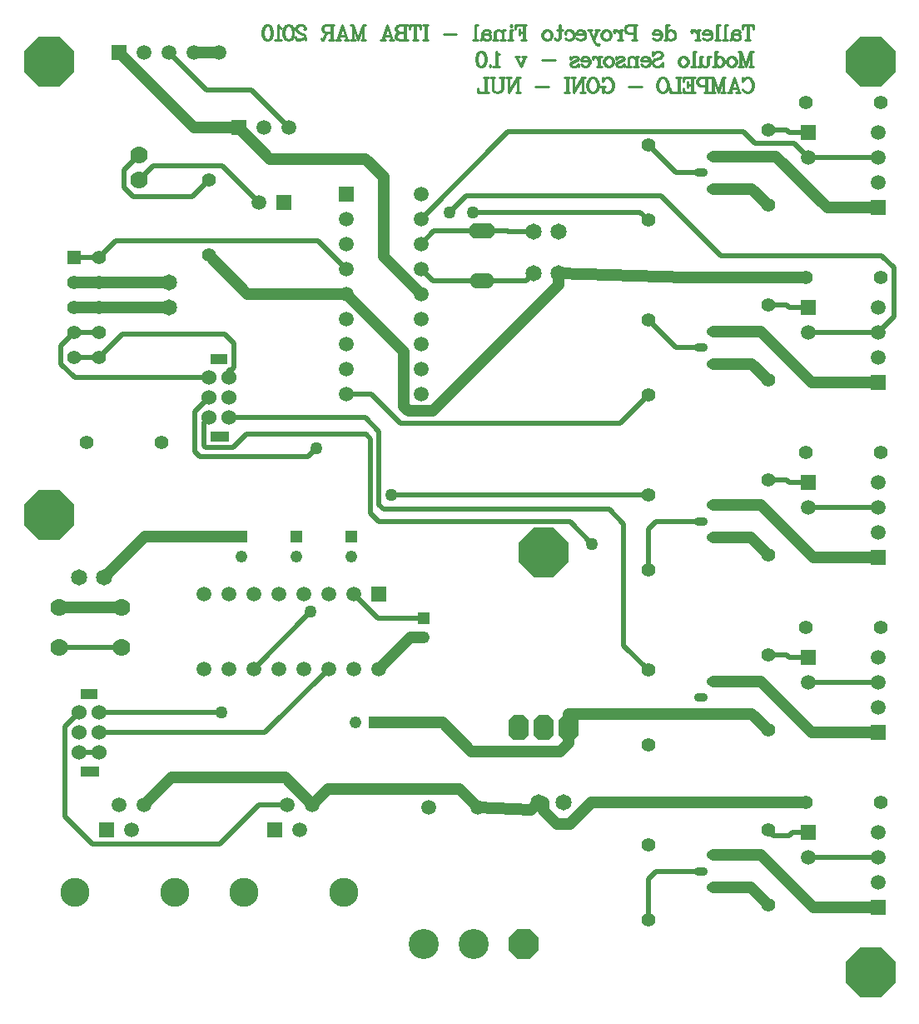
<source format=gbl>
%FSLAX23Y23*%
%MOIN*%
G70*
G01*
G75*
G04 Layer_Physical_Order=2*
G04 Layer_Color=16711680*
%ADD10C,0.047*%
%ADD11C,0.020*%
%ADD12C,0.010*%
%ADD13C,0.055*%
%ADD14R,0.059X0.059*%
%ADD15C,0.059*%
%ADD16C,0.070*%
%ADD17R,0.059X0.059*%
%ADD18C,0.065*%
%ADD19C,0.120*%
%ADD20P,0.130X8X202.5*%
%ADD21C,0.060*%
G04:AMPARAMS|DCode=22|XSize=80mil|YSize=100mil|CornerRadius=0mil|HoleSize=0mil|Usage=FLASHONLY|Rotation=0.000|XOffset=0mil|YOffset=0mil|HoleType=Round|Shape=Octagon|*
%AMOCTAGOND22*
4,1,8,-0.020,0.050,0.020,0.050,0.040,0.030,0.040,-0.030,0.020,-0.050,-0.020,-0.050,-0.040,-0.030,-0.040,0.030,-0.020,0.050,0.0*
%
%ADD22OCTAGOND22*%

%ADD23P,0.213X8X22.5*%
%ADD24C,0.059*%
%ADD25C,0.116*%
%ADD26R,0.059X0.059*%
%ADD27C,0.049*%
%ADD28R,0.049X0.049*%
%ADD29R,0.049X0.049*%
%ADD30O,0.100X0.060*%
G04:AMPARAMS|DCode=31|XSize=100mil|YSize=60mil|CornerRadius=0mil|HoleSize=0mil|Usage=FLASHONLY|Rotation=0.000|XOffset=0mil|YOffset=0mil|HoleType=Round|Shape=Octagon|*
%AMOCTAGOND31*
4,1,8,0.050,-0.015,0.050,0.015,0.035,0.030,-0.035,0.030,-0.050,0.015,-0.050,-0.015,-0.035,-0.030,0.035,-0.030,0.050,-0.015,0.0*
%
%ADD31OCTAGOND31*%

%ADD32R,0.055X0.055*%
%ADD33C,0.055*%
%ADD34O,0.055X0.035*%
%ADD35P,0.216X8X22.5*%
%ADD36C,0.050*%
%ADD37R,0.070X0.040*%
%ADD38R,0.075X0.040*%
D10*
X3102Y1828D02*
Y1860D01*
X3200Y2215D02*
X3780D01*
Y1650D02*
X3970D01*
X4180Y1440D01*
X4440D01*
X3780Y3050D02*
X3970D01*
X4180Y2840D01*
X4440D01*
X2764Y1913D02*
X2837Y1840D01*
X2236Y1913D02*
X2764D01*
X2175Y1852D02*
X2236Y1913D01*
X3050Y1830D02*
X3080Y1860D01*
X2837Y1840D02*
X3050Y1830D01*
X2310Y3895D02*
X2542Y3663D01*
Y3445D02*
Y3663D01*
Y3445D02*
X2560Y3427D01*
X2656D01*
X3160Y3931D01*
Y3977D01*
X3672Y3960D02*
X4150D01*
X3160Y3977D02*
X3672Y3960D01*
X3780Y4315D02*
X3935D01*
X4000Y4250D01*
X3200Y2160D02*
Y2215D01*
X4237Y4240D02*
X4440D01*
X4032Y4445D02*
X4237Y4240D01*
X3780Y4445D02*
X4032D01*
X2460Y4045D02*
X2610Y3895D01*
X2460Y4045D02*
Y4364D01*
X2388Y4436D02*
X2460Y4364D01*
X2004Y4436D02*
X2388D01*
X1880Y4560D02*
X2004Y4436D01*
X1700Y4560D02*
X1880D01*
X1400Y4860D02*
X1700Y4560D01*
X1504Y2924D02*
X1890D01*
X1340Y2760D02*
X1504Y2924D01*
X2440Y2395D02*
X2566Y2521D01*
X2620D01*
X3780Y1520D02*
X3930D01*
X4000Y1450D01*
X3780Y2920D02*
X3930D01*
X4000Y2850D01*
X3780Y2215D02*
X3935D01*
X4000Y2150D01*
X3780Y2345D02*
X3970D01*
X4175Y2140D01*
X4440D01*
X3780Y3615D02*
X3935D01*
X4000Y3550D01*
X3780Y3745D02*
X3970D01*
X4175Y3540D01*
X4440D01*
X1915Y3895D02*
X2310D01*
X1760Y4050D02*
X1915Y3895D01*
X2424Y2180D02*
X2697D01*
X2812Y2065D01*
X3168D01*
X3200Y2097D01*
Y2160D01*
X1500Y1850D02*
X1610Y1960D01*
X2067D01*
X2175Y1852D01*
X3080Y1860D02*
X3102D01*
Y1828D02*
X3154Y1776D01*
X3206D01*
X3290Y1860D01*
X4150D01*
X1160Y2640D02*
X1410D01*
X1320Y3840D02*
X1600D01*
X1220D02*
X1320D01*
X1700Y4860D02*
X1800D01*
X1320Y3940D02*
X1600D01*
X1220D02*
X1320D01*
D11*
X1840Y3590D02*
X1850D01*
X3206Y2984D02*
X3295Y2895D01*
X2442Y2984D02*
X3206D01*
X2407Y3019D02*
X2442Y2984D01*
X2407Y3019D02*
Y3316D01*
X2390Y3333D02*
X2407Y3316D01*
X1910Y3333D02*
X2390D01*
X1857Y3280D02*
X1910Y3333D01*
X1748Y3280D02*
X1857D01*
X1740Y3288D02*
X1748Y3280D01*
X1740Y3288D02*
Y3380D01*
X1760Y3400D01*
X3421Y2489D02*
X3520Y2390D01*
X3421Y2489D02*
Y2976D01*
X3364Y3033D02*
X3421Y2976D01*
X2461Y3033D02*
X3364D01*
X2442Y3052D02*
X2461Y3033D01*
X2442Y3052D02*
Y3345D01*
X2387Y3400D02*
X2442Y3345D01*
X1840Y3400D02*
X2387D01*
X2492Y3090D02*
X3520D01*
X2310Y3495D02*
X2411D01*
X2528Y3378D01*
X3408D01*
X3520Y3490D01*
X3489Y4221D02*
X3520Y4190D01*
X2817Y4221D02*
X3489D01*
X2610Y4195D02*
X2958Y4543D01*
X3901D01*
X3947Y4497D01*
X4103D01*
X4160Y4440D01*
X3630Y3680D02*
X3730D01*
X3520Y3790D02*
X3630Y3680D01*
Y4380D02*
X3730D01*
X3520Y4490D02*
X3630Y4380D01*
X1320Y2220D02*
X1811D01*
X1940Y2395D02*
X2169Y2624D01*
X1420Y4390D02*
X1480Y4450D01*
X1420Y4320D02*
Y4390D01*
Y4320D02*
X1456Y4284D01*
X1694D01*
X1760Y4350D01*
X2658Y3947D02*
X2855D01*
X2610Y3995D02*
X2658Y3947D01*
X2855D02*
X3030D01*
X3060Y3977D01*
X2662Y4147D02*
X2855D01*
X2610Y4095D02*
X2662Y4147D01*
X1320Y4040D02*
X1387Y4107D01*
X2198D01*
X2310Y3995D01*
X1480Y4350D02*
X1537Y4407D01*
X1813D01*
X1960Y4260D01*
X1223Y3560D02*
X1760D01*
X1167Y3616D02*
X1223Y3560D01*
X1167Y3616D02*
Y3687D01*
X1220Y3740D01*
X1705Y3425D02*
X1760Y3480D01*
X1705Y3264D02*
Y3425D01*
Y3264D02*
X1724Y3245D01*
X2158D01*
X2192Y3279D01*
X1185Y2165D02*
X1240Y2220D01*
X1185Y1805D02*
Y2165D01*
Y1805D02*
X1295Y1695D01*
X1803D01*
X1960Y1852D01*
X2075D01*
X2723Y4221D02*
X2791Y4289D01*
X3570D01*
X3811Y4048D01*
X4455D01*
X4503Y4000D01*
Y3803D02*
Y4000D01*
X4440Y3740D02*
X4503Y3803D01*
X3552Y1585D02*
X3730D01*
X3520Y1553D02*
X3552Y1585D01*
X3520Y1390D02*
Y1553D01*
X3552Y2985D02*
X3730D01*
X3520Y2953D02*
X3552Y2985D01*
X3520Y2790D02*
Y2953D01*
X1930Y4710D02*
X2080Y4560D01*
X1750Y4710D02*
X1930D01*
X1600Y4860D02*
X1750Y4710D01*
X2340Y2695D02*
X2436Y2599D01*
X2620D01*
X1320Y2140D02*
X1985D01*
X2240Y2395D01*
X1840Y3560D02*
Y3590D01*
X1850D02*
X1860Y3600D01*
Y3697D01*
X1824Y3733D02*
X1860Y3697D01*
X1413Y3733D02*
X1824D01*
X1320Y3640D02*
X1413Y3733D01*
X4097Y1740D02*
X4160D01*
X4085Y1728D02*
X4097Y1740D01*
X4022Y1728D02*
X4085D01*
X4000Y1750D02*
X4022Y1728D01*
X4160Y1640D02*
X4440D01*
X4160Y2340D02*
X4440D01*
X4160Y3040D02*
X4440D01*
X4160Y3740D02*
X4440D01*
X4160Y4440D02*
X4440D01*
X1240Y2060D02*
X1320D01*
X2958Y4145D02*
X3060D01*
X2956Y4147D02*
X2958Y4145D01*
X2855Y4147D02*
X2956D01*
X1220Y4040D02*
X1320D01*
X1160Y2480D02*
X1410D01*
X1220Y3740D02*
X1320D01*
X1220Y3640D02*
X1320D01*
X4085Y4540D02*
X4160D01*
X4075Y4550D02*
X4085Y4540D01*
X4000Y4550D02*
X4075D01*
X4085Y3840D02*
X4160D01*
X4075Y3850D02*
X4085Y3840D01*
X4000Y3850D02*
X4075D01*
X4085Y3140D02*
X4160D01*
X4075Y3150D02*
X4085Y3140D01*
X4000Y3150D02*
X4075D01*
X4085Y2440D02*
X4160D01*
X4075Y2450D02*
X4085Y2440D01*
X4000Y2450D02*
X4075D01*
D12*
X3920Y4970D02*
Y4910D01*
X3917Y4970D02*
Y4910D01*
X3937Y4970D02*
X3940Y4953D01*
Y4970D01*
X3897D01*
Y4953D01*
X3900Y4970D01*
X3929Y4910D02*
X3909D01*
X3883Y4944D02*
Y4941D01*
X3886D01*
Y4944D01*
X3883Y4947D01*
X3877Y4950D01*
X3866D01*
X3860Y4947D01*
X3857Y4944D01*
X3854Y4939D01*
Y4919D01*
X3851Y4913D01*
X3849Y4910D01*
X3857Y4944D02*
Y4919D01*
X3854Y4913D01*
X3849Y4910D01*
X3846D01*
X3857Y4939D02*
X3860Y4936D01*
X3877Y4933D01*
X3886Y4930D01*
X3889Y4924D01*
Y4919D01*
X3886Y4913D01*
X3877Y4910D01*
X3869D01*
X3863Y4913D01*
X3857Y4919D01*
X3877Y4933D02*
X3883Y4930D01*
X3886Y4924D01*
Y4919D01*
X3883Y4913D01*
X3877Y4910D01*
X3829Y4970D02*
Y4910D01*
X3826Y4970D02*
Y4910D01*
X3837Y4970D02*
X3826D01*
X3837Y4910D02*
X3817D01*
X3798Y4970D02*
Y4910D01*
X3795Y4970D02*
Y4910D01*
X3806Y4970D02*
X3795D01*
X3806Y4910D02*
X3786D01*
X3773Y4933D02*
X3738D01*
Y4939D01*
X3741Y4944D01*
X3744Y4947D01*
X3750Y4950D01*
X3758D01*
X3767Y4947D01*
X3773Y4941D01*
X3775Y4933D01*
Y4927D01*
X3773Y4919D01*
X3767Y4913D01*
X3758Y4910D01*
X3753D01*
X3744Y4913D01*
X3738Y4919D01*
X3741Y4933D02*
Y4941D01*
X3744Y4947D01*
X3758Y4950D02*
X3764Y4947D01*
X3770Y4941D01*
X3773Y4933D01*
Y4927D01*
X3770Y4919D01*
X3764Y4913D01*
X3758Y4910D01*
X3721Y4950D02*
Y4910D01*
X3718Y4950D02*
Y4910D01*
Y4933D02*
X3715Y4941D01*
X3709Y4947D01*
X3703Y4950D01*
X3695D01*
X3692Y4947D01*
Y4944D01*
X3695Y4941D01*
X3698Y4944D01*
X3695Y4947D01*
X3729Y4950D02*
X3718D01*
X3729Y4910D02*
X3709D01*
X3595Y4970D02*
Y4910D01*
X3592Y4970D02*
Y4910D01*
X3595Y4941D02*
X3600Y4947D01*
X3606Y4950D01*
X3612D01*
X3620Y4947D01*
X3626Y4941D01*
X3629Y4933D01*
Y4927D01*
X3626Y4919D01*
X3620Y4913D01*
X3612Y4910D01*
X3606D01*
X3600Y4913D01*
X3595Y4919D01*
X3612Y4950D02*
X3617Y4947D01*
X3623Y4941D01*
X3626Y4933D01*
Y4927D01*
X3623Y4919D01*
X3617Y4913D01*
X3612Y4910D01*
X3603Y4970D02*
X3592D01*
X3595Y4910D02*
X3583D01*
X3572Y4933D02*
X3538D01*
Y4939D01*
X3541Y4944D01*
X3544Y4947D01*
X3549Y4950D01*
X3558D01*
X3566Y4947D01*
X3572Y4941D01*
X3575Y4933D01*
Y4927D01*
X3572Y4919D01*
X3566Y4913D01*
X3558Y4910D01*
X3552D01*
X3544Y4913D01*
X3538Y4919D01*
X3541Y4933D02*
Y4941D01*
X3544Y4947D01*
X3558Y4950D02*
X3564Y4947D01*
X3569Y4941D01*
X3572Y4933D01*
Y4927D01*
X3569Y4919D01*
X3564Y4913D01*
X3558Y4910D01*
X3466Y4970D02*
Y4910D01*
X3463Y4970D02*
Y4910D01*
X3475Y4970D02*
X3440D01*
X3432Y4967D01*
X3429Y4964D01*
X3426Y4959D01*
Y4950D01*
X3429Y4944D01*
X3432Y4941D01*
X3440Y4939D01*
X3463D01*
X3440Y4970D02*
X3435Y4967D01*
X3432Y4964D01*
X3429Y4959D01*
Y4950D01*
X3432Y4944D01*
X3435Y4941D01*
X3440Y4939D01*
X3475Y4910D02*
X3455D01*
X3410Y4950D02*
Y4910D01*
X3407Y4950D02*
Y4910D01*
Y4933D02*
X3404Y4941D01*
X3398Y4947D01*
X3392Y4950D01*
X3384D01*
X3381Y4947D01*
Y4944D01*
X3384Y4941D01*
X3387Y4944D01*
X3384Y4947D01*
X3418Y4950D02*
X3407D01*
X3418Y4910D02*
X3398D01*
X3355Y4950D02*
X3363Y4947D01*
X3369Y4941D01*
X3372Y4933D01*
Y4927D01*
X3369Y4919D01*
X3363Y4913D01*
X3355Y4910D01*
X3349D01*
X3340Y4913D01*
X3335Y4919D01*
X3332Y4927D01*
Y4933D01*
X3335Y4941D01*
X3340Y4947D01*
X3349Y4950D01*
X3355D01*
X3360Y4947D01*
X3366Y4941D01*
X3369Y4933D01*
Y4927D01*
X3366Y4919D01*
X3360Y4913D01*
X3355Y4910D01*
X3349D02*
X3343Y4913D01*
X3338Y4919D01*
X3335Y4927D01*
Y4933D01*
X3338Y4941D01*
X3343Y4947D01*
X3349Y4950D01*
X3317D02*
X3300Y4910D01*
X3314Y4950D02*
X3300Y4916D01*
X3283Y4950D02*
X3300Y4910D01*
X3306Y4899D01*
X3312Y4893D01*
X3317Y4890D01*
X3320D01*
X3323Y4893D01*
X3320Y4896D01*
X3317Y4893D01*
X3323Y4950D02*
X3306D01*
X3294D02*
X3277D01*
X3266Y4933D02*
X3232D01*
Y4939D01*
X3235Y4944D01*
X3238Y4947D01*
X3243Y4950D01*
X3252D01*
X3260Y4947D01*
X3266Y4941D01*
X3269Y4933D01*
Y4927D01*
X3266Y4919D01*
X3260Y4913D01*
X3252Y4910D01*
X3246D01*
X3238Y4913D01*
X3232Y4919D01*
X3235Y4933D02*
Y4941D01*
X3238Y4947D01*
X3252Y4950D02*
X3258Y4947D01*
X3263Y4941D01*
X3266Y4933D01*
Y4927D01*
X3263Y4919D01*
X3258Y4913D01*
X3252Y4910D01*
X3188Y4941D02*
X3191Y4939D01*
X3188Y4936D01*
X3186Y4939D01*
Y4941D01*
X3191Y4947D01*
X3197Y4950D01*
X3206D01*
X3214Y4947D01*
X3220Y4941D01*
X3223Y4933D01*
Y4927D01*
X3220Y4919D01*
X3214Y4913D01*
X3206Y4910D01*
X3200D01*
X3191Y4913D01*
X3186Y4919D01*
X3206Y4950D02*
X3211Y4947D01*
X3217Y4941D01*
X3220Y4933D01*
Y4927D01*
X3217Y4919D01*
X3211Y4913D01*
X3206Y4910D01*
X3159D02*
X3162Y4913D01*
X3165Y4921D01*
Y4970D01*
X3168D01*
Y4921D01*
X3165Y4913D01*
X3159Y4910D01*
X3154D01*
X3148Y4913D01*
X3145Y4919D01*
X3176Y4950D02*
X3154D01*
X3118D02*
X3127Y4947D01*
X3132Y4941D01*
X3135Y4933D01*
Y4927D01*
X3132Y4919D01*
X3127Y4913D01*
X3118Y4910D01*
X3112D01*
X3104Y4913D01*
X3098Y4919D01*
X3095Y4927D01*
Y4933D01*
X3098Y4941D01*
X3104Y4947D01*
X3112Y4950D01*
X3118D01*
X3124Y4947D01*
X3130Y4941D01*
X3132Y4933D01*
Y4927D01*
X3130Y4919D01*
X3124Y4913D01*
X3118Y4910D01*
X3112D02*
X3107Y4913D01*
X3101Y4919D01*
X3098Y4927D01*
Y4933D01*
X3101Y4941D01*
X3107Y4947D01*
X3112Y4950D01*
X3024Y4970D02*
Y4910D01*
X3021Y4970D02*
Y4910D01*
X3004Y4953D02*
Y4930D01*
X3032Y4970D02*
X2987D01*
Y4953D01*
X2990Y4970D01*
X3021Y4941D02*
X3004D01*
X3032Y4910D02*
X3012D01*
X2970Y4970D02*
X2973Y4967D01*
X2970Y4964D01*
X2967Y4967D01*
X2970Y4970D01*
Y4950D02*
Y4910D01*
X2967Y4950D02*
Y4910D01*
X2978Y4950D02*
X2967D01*
X2978Y4910D02*
X2958D01*
X2939Y4950D02*
Y4910D01*
X2936Y4950D02*
Y4910D01*
Y4941D02*
X2931Y4947D01*
X2922Y4950D01*
X2916D01*
X2908Y4947D01*
X2905Y4941D01*
Y4910D01*
X2916Y4950D02*
X2911Y4947D01*
X2908Y4941D01*
Y4910D01*
X2948Y4950D02*
X2936D01*
X2948Y4910D02*
X2928D01*
X2916D02*
X2896D01*
X2883Y4944D02*
Y4941D01*
X2886D01*
Y4944D01*
X2883Y4947D01*
X2877Y4950D01*
X2866D01*
X2860Y4947D01*
X2857Y4944D01*
X2854Y4939D01*
Y4919D01*
X2851Y4913D01*
X2849Y4910D01*
X2857Y4944D02*
Y4919D01*
X2854Y4913D01*
X2849Y4910D01*
X2846D01*
X2857Y4939D02*
X2860Y4936D01*
X2877Y4933D01*
X2886Y4930D01*
X2889Y4924D01*
Y4919D01*
X2886Y4913D01*
X2877Y4910D01*
X2869D01*
X2863Y4913D01*
X2857Y4919D01*
X2877Y4933D02*
X2883Y4930D01*
X2886Y4924D01*
Y4919D01*
X2883Y4913D01*
X2877Y4910D01*
X2829Y4970D02*
Y4910D01*
X2826Y4970D02*
Y4910D01*
X2837Y4970D02*
X2826D01*
X2837Y4910D02*
X2817D01*
X2752Y4936D02*
X2701D01*
X2631Y4970D02*
Y4910D01*
X2628Y4970D02*
Y4910D01*
X2639Y4970D02*
X2619D01*
X2639Y4910D02*
X2619D01*
X2588Y4970D02*
Y4910D01*
X2585Y4970D02*
Y4910D01*
X2605Y4970D02*
X2608Y4953D01*
Y4970D01*
X2565D01*
Y4953D01*
X2568Y4970D01*
X2597Y4910D02*
X2577D01*
X2548Y4970D02*
Y4910D01*
X2545Y4970D02*
Y4910D01*
X2557Y4970D02*
X2523D01*
X2514Y4967D01*
X2511Y4964D01*
X2508Y4959D01*
Y4953D01*
X2511Y4947D01*
X2514Y4944D01*
X2523Y4941D01*
Y4970D02*
X2517Y4967D01*
X2514Y4964D01*
X2511Y4959D01*
Y4953D01*
X2514Y4947D01*
X2517Y4944D01*
X2523Y4941D01*
X2545D02*
X2523D01*
X2514Y4939D01*
X2511Y4936D01*
X2508Y4930D01*
Y4921D01*
X2511Y4916D01*
X2514Y4913D01*
X2523Y4910D01*
X2557D01*
X2523Y4941D02*
X2517Y4939D01*
X2514Y4936D01*
X2511Y4930D01*
Y4921D01*
X2514Y4916D01*
X2517Y4913D01*
X2523Y4910D01*
X2475Y4970D02*
X2495Y4910D01*
X2475Y4970D02*
X2455Y4910D01*
X2475Y4961D02*
X2457Y4910D01*
X2489Y4927D02*
X2463D01*
X2500Y4910D02*
X2483D01*
X2466D02*
X2449D01*
X2379Y4970D02*
Y4910D01*
X2376Y4970D02*
X2359Y4919D01*
X2379Y4970D02*
X2359Y4910D01*
X2339Y4970D02*
X2359Y4910D01*
X2339Y4970D02*
Y4910D01*
X2336Y4970D02*
Y4910D01*
X2387Y4970D02*
X2376D01*
X2339D02*
X2327D01*
X2387Y4910D02*
X2370D01*
X2347D02*
X2327D01*
X2295Y4970D02*
X2315Y4910D01*
X2295Y4970D02*
X2275Y4910D01*
X2295Y4961D02*
X2277Y4910D01*
X2309Y4927D02*
X2283D01*
X2320Y4910D02*
X2303D01*
X2286D02*
X2269D01*
X2253Y4970D02*
Y4910D01*
X2250Y4970D02*
Y4910D01*
X2261Y4970D02*
X2227D01*
X2218Y4967D01*
X2216Y4964D01*
X2213Y4959D01*
Y4953D01*
X2216Y4947D01*
X2218Y4944D01*
X2227Y4941D01*
X2250D01*
X2227Y4970D02*
X2221Y4967D01*
X2218Y4964D01*
X2216Y4959D01*
Y4953D01*
X2218Y4947D01*
X2221Y4944D01*
X2227Y4941D01*
X2261Y4910D02*
X2241D01*
X2236Y4941D02*
X2230Y4939D01*
X2227Y4936D01*
X2218Y4916D01*
X2216Y4913D01*
X2213D01*
X2210Y4916D01*
X2230Y4939D02*
X2227Y4933D01*
X2221Y4913D01*
X2218Y4910D01*
X2213D01*
X2210Y4916D01*
Y4919D01*
X2145Y4959D02*
X2142Y4956D01*
X2145Y4953D01*
X2148Y4956D01*
Y4959D01*
X2145Y4964D01*
X2142Y4967D01*
X2134Y4970D01*
X2122D01*
X2114Y4967D01*
X2111Y4964D01*
X2108Y4959D01*
Y4953D01*
X2111Y4947D01*
X2120Y4941D01*
X2134Y4936D01*
X2140Y4933D01*
X2145Y4927D01*
X2148Y4919D01*
Y4910D01*
X2122Y4970D02*
X2117Y4967D01*
X2114Y4964D01*
X2111Y4959D01*
Y4953D01*
X2114Y4947D01*
X2122Y4941D01*
X2134Y4936D01*
X2148Y4916D02*
X2145Y4919D01*
X2140D01*
X2125Y4913D01*
X2117D01*
X2111Y4916D01*
X2108Y4919D01*
Y4924D01*
X2140Y4919D02*
X2125Y4910D01*
X2114D01*
X2111Y4913D01*
X2108Y4919D01*
X2082Y4970D02*
X2091Y4967D01*
X2096Y4959D01*
X2099Y4944D01*
Y4936D01*
X2096Y4921D01*
X2091Y4913D01*
X2082Y4910D01*
X2076D01*
X2068Y4913D01*
X2062Y4921D01*
X2059Y4936D01*
Y4944D01*
X2062Y4959D01*
X2068Y4967D01*
X2076Y4970D01*
X2082D01*
X2088Y4967D01*
X2091Y4964D01*
X2094Y4959D01*
X2096Y4944D01*
Y4936D01*
X2094Y4921D01*
X2091Y4916D01*
X2088Y4913D01*
X2082Y4910D01*
X2076D02*
X2071Y4913D01*
X2068Y4916D01*
X2065Y4921D01*
X2062Y4936D01*
Y4944D01*
X2065Y4959D01*
X2068Y4964D01*
X2071Y4967D01*
X2076Y4970D01*
X2050Y4959D02*
X2045Y4961D01*
X2036Y4970D01*
Y4910D01*
X2039Y4967D02*
Y4910D01*
X2050D02*
X2025D01*
X1997Y4970D02*
X2006Y4967D01*
X2012Y4959D01*
X2014Y4944D01*
Y4936D01*
X2012Y4921D01*
X2006Y4913D01*
X1997Y4910D01*
X1992D01*
X1983Y4913D01*
X1977Y4921D01*
X1974Y4936D01*
Y4944D01*
X1977Y4959D01*
X1983Y4967D01*
X1992Y4970D01*
X1997D01*
X2003Y4967D01*
X2006Y4964D01*
X2009Y4959D01*
X2012Y4944D01*
Y4936D01*
X2009Y4921D01*
X2006Y4916D01*
X2003Y4913D01*
X1997Y4910D01*
X1992D02*
X1986Y4913D01*
X1983Y4916D01*
X1980Y4921D01*
X1977Y4936D01*
Y4944D01*
X1980Y4959D01*
X1983Y4964D01*
X1986Y4967D01*
X1992Y4970D01*
X3931Y4865D02*
Y4805D01*
X3929Y4865D02*
X3911Y4814D01*
X3931Y4865D02*
X3911Y4805D01*
X3891Y4865D02*
X3911Y4805D01*
X3891Y4865D02*
Y4805D01*
X3889Y4865D02*
Y4805D01*
X3940Y4865D02*
X3929D01*
X3891D02*
X3880D01*
X3940Y4805D02*
X3923D01*
X3900D02*
X3880D01*
X3856Y4845D02*
X3865Y4842D01*
X3870Y4836D01*
X3873Y4828D01*
Y4822D01*
X3870Y4814D01*
X3865Y4808D01*
X3856Y4805D01*
X3850D01*
X3842Y4808D01*
X3836Y4814D01*
X3833Y4822D01*
Y4828D01*
X3836Y4836D01*
X3842Y4842D01*
X3850Y4845D01*
X3856D01*
X3862Y4842D01*
X3867Y4836D01*
X3870Y4828D01*
Y4822D01*
X3867Y4814D01*
X3862Y4808D01*
X3856Y4805D01*
X3850D02*
X3845Y4808D01*
X3839Y4814D01*
X3836Y4822D01*
Y4828D01*
X3839Y4836D01*
X3845Y4842D01*
X3850Y4845D01*
X3790Y4865D02*
Y4805D01*
X3787Y4865D02*
Y4805D01*
X3790Y4836D02*
X3796Y4842D01*
X3801Y4845D01*
X3807D01*
X3816Y4842D01*
X3821Y4836D01*
X3824Y4828D01*
Y4822D01*
X3821Y4814D01*
X3816Y4808D01*
X3807Y4805D01*
X3801D01*
X3796Y4808D01*
X3790Y4814D01*
X3807Y4845D02*
X3813Y4842D01*
X3819Y4836D01*
X3821Y4828D01*
Y4822D01*
X3819Y4814D01*
X3813Y4808D01*
X3807Y4805D01*
X3799Y4865D02*
X3787D01*
X3790Y4805D02*
X3779D01*
X3762Y4845D02*
Y4814D01*
X3759Y4808D01*
X3750Y4805D01*
X3745D01*
X3736Y4808D01*
X3730Y4814D01*
X3759Y4845D02*
Y4814D01*
X3756Y4808D01*
X3750Y4805D01*
X3730Y4845D02*
Y4805D01*
X3727Y4845D02*
Y4805D01*
X3770Y4845D02*
X3759D01*
X3739D02*
X3727D01*
X3730Y4805D02*
X3719D01*
X3703Y4865D02*
Y4805D01*
X3700Y4865D02*
Y4805D01*
X3711Y4865D02*
X3700D01*
X3711Y4805D02*
X3691D01*
X3663Y4845D02*
X3672Y4842D01*
X3677Y4836D01*
X3680Y4828D01*
Y4822D01*
X3677Y4814D01*
X3672Y4808D01*
X3663Y4805D01*
X3657D01*
X3649Y4808D01*
X3643Y4814D01*
X3640Y4822D01*
Y4828D01*
X3643Y4836D01*
X3649Y4842D01*
X3657Y4845D01*
X3663D01*
X3669Y4842D01*
X3675Y4836D01*
X3677Y4828D01*
Y4822D01*
X3675Y4814D01*
X3669Y4808D01*
X3663Y4805D01*
X3657D02*
X3652Y4808D01*
X3646Y4814D01*
X3643Y4822D01*
Y4828D01*
X3646Y4836D01*
X3652Y4842D01*
X3657Y4845D01*
X3540Y4856D02*
X3538Y4865D01*
Y4848D01*
X3540Y4856D01*
X3546Y4862D01*
X3555Y4865D01*
X3563D01*
X3572Y4862D01*
X3578Y4856D01*
Y4851D01*
X3575Y4845D01*
X3572Y4842D01*
X3566Y4839D01*
X3549Y4834D01*
X3543Y4831D01*
X3538Y4825D01*
X3578Y4851D02*
X3572Y4845D01*
X3566Y4842D01*
X3549Y4836D01*
X3543Y4834D01*
X3540Y4831D01*
X3538Y4825D01*
Y4814D01*
X3543Y4808D01*
X3552Y4805D01*
X3560D01*
X3569Y4808D01*
X3575Y4814D01*
X3578Y4822D01*
Y4805D01*
X3575Y4814D01*
X3526Y4828D02*
X3492D01*
Y4834D01*
X3494Y4839D01*
X3497Y4842D01*
X3503Y4845D01*
X3512D01*
X3520Y4842D01*
X3526Y4836D01*
X3529Y4828D01*
Y4822D01*
X3526Y4814D01*
X3520Y4808D01*
X3512Y4805D01*
X3506D01*
X3497Y4808D01*
X3492Y4814D01*
X3494Y4828D02*
Y4836D01*
X3497Y4842D01*
X3512Y4845D02*
X3517Y4842D01*
X3523Y4836D01*
X3526Y4828D01*
Y4822D01*
X3523Y4814D01*
X3517Y4808D01*
X3512Y4805D01*
X3474Y4845D02*
Y4805D01*
X3471Y4845D02*
Y4805D01*
Y4836D02*
X3465Y4842D01*
X3457Y4845D01*
X3451D01*
X3442Y4842D01*
X3440Y4836D01*
Y4805D01*
X3451Y4845D02*
X3445Y4842D01*
X3442Y4836D01*
Y4805D01*
X3482Y4845D02*
X3471D01*
X3482Y4805D02*
X3462D01*
X3451D02*
X3431D01*
X3395Y4839D02*
X3392Y4845D01*
Y4834D01*
X3395Y4839D01*
X3398Y4842D01*
X3403Y4845D01*
X3415D01*
X3420Y4842D01*
X3423Y4839D01*
Y4834D01*
X3420Y4831D01*
X3415Y4828D01*
X3400Y4822D01*
X3395Y4819D01*
X3392Y4816D01*
X3423Y4836D02*
X3420Y4834D01*
X3415Y4831D01*
X3400Y4825D01*
X3395Y4822D01*
X3392Y4819D01*
Y4811D01*
X3395Y4808D01*
X3400Y4805D01*
X3412D01*
X3418Y4808D01*
X3420Y4811D01*
X3423Y4816D01*
Y4805D01*
X3420Y4811D01*
X3365Y4845D02*
X3374Y4842D01*
X3379Y4836D01*
X3382Y4828D01*
Y4822D01*
X3379Y4814D01*
X3374Y4808D01*
X3365Y4805D01*
X3359D01*
X3351Y4808D01*
X3345Y4814D01*
X3342Y4822D01*
Y4828D01*
X3345Y4836D01*
X3351Y4842D01*
X3359Y4845D01*
X3365D01*
X3371Y4842D01*
X3376Y4836D01*
X3379Y4828D01*
Y4822D01*
X3376Y4814D01*
X3371Y4808D01*
X3365Y4805D01*
X3359D02*
X3354Y4808D01*
X3348Y4814D01*
X3345Y4822D01*
Y4828D01*
X3348Y4836D01*
X3354Y4842D01*
X3359Y4845D01*
X3325D02*
Y4805D01*
X3322Y4845D02*
Y4805D01*
Y4828D02*
X3319Y4836D01*
X3313Y4842D01*
X3308Y4845D01*
X3299D01*
X3296Y4842D01*
Y4839D01*
X3299Y4836D01*
X3302Y4839D01*
X3299Y4842D01*
X3333Y4845D02*
X3322D01*
X3333Y4805D02*
X3313D01*
X3284Y4828D02*
X3250D01*
Y4834D01*
X3253Y4839D01*
X3256Y4842D01*
X3261Y4845D01*
X3270D01*
X3278Y4842D01*
X3284Y4836D01*
X3287Y4828D01*
Y4822D01*
X3284Y4814D01*
X3278Y4808D01*
X3270Y4805D01*
X3264D01*
X3256Y4808D01*
X3250Y4814D01*
X3253Y4828D02*
Y4836D01*
X3256Y4842D01*
X3270Y4845D02*
X3276Y4842D01*
X3281Y4836D01*
X3284Y4828D01*
Y4822D01*
X3281Y4814D01*
X3276Y4808D01*
X3270Y4805D01*
X3212Y4839D02*
X3209Y4845D01*
Y4834D01*
X3212Y4839D01*
X3215Y4842D01*
X3221Y4845D01*
X3232D01*
X3238Y4842D01*
X3241Y4839D01*
Y4834D01*
X3238Y4831D01*
X3232Y4828D01*
X3218Y4822D01*
X3212Y4819D01*
X3209Y4816D01*
X3241Y4836D02*
X3238Y4834D01*
X3232Y4831D01*
X3218Y4825D01*
X3212Y4822D01*
X3209Y4819D01*
Y4811D01*
X3212Y4808D01*
X3218Y4805D01*
X3229D01*
X3235Y4808D01*
X3238Y4811D01*
X3241Y4816D01*
Y4805D01*
X3238Y4811D01*
X3146Y4831D02*
X3094D01*
X3027Y4845D02*
X3010Y4805D01*
X3024Y4845D02*
X3010Y4811D01*
X2992Y4845D02*
X3010Y4805D01*
X3032Y4845D02*
X3015D01*
X3004D02*
X2987D01*
X2925Y4854D02*
X2919Y4856D01*
X2910Y4865D01*
Y4805D01*
X2913Y4862D02*
Y4805D01*
X2925D02*
X2899D01*
X2886Y4811D02*
X2889Y4808D01*
X2886Y4805D01*
X2883Y4808D01*
X2886Y4811D01*
X2853Y4865D02*
X2862Y4862D01*
X2868Y4854D01*
X2871Y4839D01*
Y4831D01*
X2868Y4816D01*
X2862Y4808D01*
X2853Y4805D01*
X2848D01*
X2839Y4808D01*
X2833Y4816D01*
X2831Y4831D01*
Y4839D01*
X2833Y4854D01*
X2839Y4862D01*
X2848Y4865D01*
X2853D01*
X2859Y4862D01*
X2862Y4859D01*
X2865Y4854D01*
X2868Y4839D01*
Y4831D01*
X2865Y4816D01*
X2862Y4811D01*
X2859Y4808D01*
X2853Y4805D01*
X2848D02*
X2842Y4808D01*
X2839Y4811D01*
X2836Y4816D01*
X2833Y4831D01*
Y4839D01*
X2836Y4854D01*
X2839Y4859D01*
X2842Y4862D01*
X2848Y4865D01*
X3900Y4751D02*
X3897Y4743D01*
Y4760D01*
X3900Y4751D01*
X3906Y4757D01*
X3914Y4760D01*
X3920D01*
X3929Y4757D01*
X3934Y4751D01*
X3937Y4746D01*
X3940Y4737D01*
Y4723D01*
X3937Y4714D01*
X3934Y4709D01*
X3929Y4703D01*
X3920Y4700D01*
X3914D01*
X3906Y4703D01*
X3900Y4709D01*
X3897Y4714D01*
X3920Y4760D02*
X3926Y4757D01*
X3931Y4751D01*
X3934Y4746D01*
X3937Y4737D01*
Y4723D01*
X3934Y4714D01*
X3931Y4709D01*
X3926Y4703D01*
X3920Y4700D01*
X3863Y4760D02*
X3883Y4700D01*
X3863Y4760D02*
X3843Y4700D01*
X3863Y4751D02*
X3846Y4700D01*
X3877Y4717D02*
X3851D01*
X3889Y4700D02*
X3871D01*
X3854D02*
X3837D01*
X3821Y4760D02*
Y4700D01*
X3818Y4760D02*
X3801Y4709D01*
X3821Y4760D02*
X3801Y4700D01*
X3781Y4760D02*
X3801Y4700D01*
X3781Y4760D02*
Y4700D01*
X3778Y4760D02*
Y4700D01*
X3829Y4760D02*
X3818D01*
X3781D02*
X3769D01*
X3829Y4700D02*
X3812D01*
X3789D02*
X3769D01*
X3754Y4760D02*
Y4700D01*
X3751Y4760D02*
Y4700D01*
X3763Y4760D02*
X3728D01*
X3720Y4757D01*
X3717Y4754D01*
X3714Y4749D01*
Y4740D01*
X3717Y4734D01*
X3720Y4731D01*
X3728Y4729D01*
X3751D01*
X3728Y4760D02*
X3723Y4757D01*
X3720Y4754D01*
X3717Y4749D01*
Y4740D01*
X3720Y4734D01*
X3723Y4731D01*
X3728Y4729D01*
X3763Y4700D02*
X3743D01*
X3697Y4760D02*
Y4700D01*
X3695Y4760D02*
Y4700D01*
X3677Y4743D02*
Y4720D01*
X3706Y4760D02*
X3660D01*
Y4743D01*
X3663Y4760D01*
X3695Y4731D02*
X3677D01*
X3706Y4700D02*
X3660D01*
Y4717D01*
X3663Y4700D01*
X3643Y4760D02*
Y4700D01*
X3641Y4760D02*
Y4700D01*
X3652Y4760D02*
X3632D01*
X3652Y4700D02*
X3609D01*
Y4717D01*
X3612Y4700D01*
X3581Y4760D02*
X3589Y4757D01*
X3595Y4751D01*
X3598Y4746D01*
X3601Y4734D01*
Y4726D01*
X3598Y4714D01*
X3595Y4709D01*
X3589Y4703D01*
X3581Y4700D01*
X3575D01*
X3566Y4703D01*
X3561Y4709D01*
X3558Y4714D01*
X3555Y4726D01*
Y4734D01*
X3558Y4746D01*
X3561Y4751D01*
X3566Y4757D01*
X3575Y4760D01*
X3581D01*
X3586Y4757D01*
X3592Y4751D01*
X3595Y4746D01*
X3598Y4734D01*
Y4726D01*
X3595Y4714D01*
X3592Y4709D01*
X3586Y4703D01*
X3581Y4700D01*
X3575D02*
X3569Y4703D01*
X3564Y4709D01*
X3561Y4714D01*
X3558Y4726D01*
Y4734D01*
X3561Y4746D01*
X3564Y4751D01*
X3569Y4757D01*
X3575Y4760D01*
X3493Y4726D02*
X3441D01*
X3340Y4751D02*
X3337Y4743D01*
Y4760D01*
X3340Y4751D01*
X3345Y4757D01*
X3354Y4760D01*
X3360D01*
X3368Y4757D01*
X3374Y4751D01*
X3377Y4746D01*
X3380Y4737D01*
Y4723D01*
X3377Y4714D01*
X3374Y4709D01*
X3368Y4703D01*
X3360Y4700D01*
X3354D01*
X3345Y4703D01*
X3340Y4709D01*
X3360Y4760D02*
X3365Y4757D01*
X3371Y4751D01*
X3374Y4746D01*
X3377Y4737D01*
Y4723D01*
X3374Y4714D01*
X3371Y4709D01*
X3365Y4703D01*
X3360Y4700D01*
X3340Y4723D02*
Y4700D01*
X3337Y4723D02*
Y4700D01*
X3348Y4723D02*
X3328D01*
X3300Y4760D02*
X3309Y4757D01*
X3315Y4751D01*
X3318Y4746D01*
X3320Y4734D01*
Y4726D01*
X3318Y4714D01*
X3315Y4709D01*
X3309Y4703D01*
X3300Y4700D01*
X3295D01*
X3286Y4703D01*
X3280Y4709D01*
X3278Y4714D01*
X3275Y4726D01*
Y4734D01*
X3278Y4746D01*
X3280Y4751D01*
X3286Y4757D01*
X3295Y4760D01*
X3300D01*
X3306Y4757D01*
X3312Y4751D01*
X3315Y4746D01*
X3318Y4734D01*
Y4726D01*
X3315Y4714D01*
X3312Y4709D01*
X3306Y4703D01*
X3300Y4700D01*
X3295D02*
X3289Y4703D01*
X3283Y4709D01*
X3280Y4714D01*
X3278Y4726D01*
Y4734D01*
X3280Y4746D01*
X3283Y4751D01*
X3289Y4757D01*
X3295Y4760D01*
X3258D02*
Y4700D01*
X3255Y4760D02*
X3221Y4706D01*
X3255Y4754D02*
X3221Y4700D01*
Y4760D02*
Y4700D01*
X3266Y4760D02*
X3255D01*
X3229D02*
X3212D01*
X3266Y4700D02*
X3249D01*
X3196Y4760D02*
Y4700D01*
X3193Y4760D02*
Y4700D01*
X3205Y4760D02*
X3185D01*
X3205Y4700D02*
X3185D01*
X3120Y4726D02*
X3068D01*
X2998Y4760D02*
Y4700D01*
X2995Y4760D02*
X2961Y4706D01*
X2995Y4754D02*
X2961Y4700D01*
Y4760D02*
Y4700D01*
X3007Y4760D02*
X2995D01*
X2970D02*
X2952D01*
X3007Y4700D02*
X2990D01*
X2937Y4760D02*
Y4717D01*
X2934Y4709D01*
X2928Y4703D01*
X2919Y4700D01*
X2914D01*
X2905Y4703D01*
X2899Y4709D01*
X2897Y4717D01*
Y4760D01*
X2934D02*
Y4717D01*
X2931Y4709D01*
X2925Y4703D01*
X2919Y4700D01*
X2945Y4760D02*
X2925D01*
X2905D02*
X2888D01*
X2872D02*
Y4700D01*
X2869Y4760D02*
Y4700D01*
X2881Y4760D02*
X2861D01*
X2881Y4700D02*
X2838D01*
Y4717D01*
X2841Y4700D01*
D13*
X4450Y4660D02*
D03*
X4150D02*
D03*
X4450Y3960D02*
D03*
X4150D02*
D03*
X4450Y3260D02*
D03*
X4150D02*
D03*
X4450Y1860D02*
D03*
X4150D02*
D03*
X4450Y2560D02*
D03*
X4150D02*
D03*
X4000Y1450D02*
D03*
Y1750D02*
D03*
Y2850D02*
D03*
Y3150D02*
D03*
Y3550D02*
D03*
Y3850D02*
D03*
Y4250D02*
D03*
Y4550D02*
D03*
Y2150D02*
D03*
Y2450D02*
D03*
X1270Y3300D02*
D03*
X1570D02*
D03*
X1760Y4350D02*
D03*
Y4050D02*
D03*
X3520Y4190D02*
D03*
Y4490D02*
D03*
Y1690D02*
D03*
Y1390D02*
D03*
Y2390D02*
D03*
Y2090D02*
D03*
Y3090D02*
D03*
Y2790D02*
D03*
Y3490D02*
D03*
Y3790D02*
D03*
D14*
X4440Y4240D02*
D03*
X4160Y4540D02*
D03*
X4440Y3540D02*
D03*
X4160Y3840D02*
D03*
X4440Y2840D02*
D03*
X4160Y3140D02*
D03*
X4440Y1440D02*
D03*
X4160Y1740D02*
D03*
X4440Y2140D02*
D03*
X4160Y2440D02*
D03*
X2440Y2695D02*
D03*
D15*
X4440Y4340D02*
D03*
Y4440D02*
D03*
Y4540D02*
D03*
X4160Y4440D02*
D03*
X4440Y3640D02*
D03*
Y3740D02*
D03*
Y3840D02*
D03*
X4160Y3740D02*
D03*
X4440Y2940D02*
D03*
Y3040D02*
D03*
Y3140D02*
D03*
X4160Y3040D02*
D03*
X4440Y1540D02*
D03*
Y1640D02*
D03*
Y1740D02*
D03*
X4160Y1640D02*
D03*
X4440Y2240D02*
D03*
Y2340D02*
D03*
Y2440D02*
D03*
X4160Y2340D02*
D03*
X2080Y4560D02*
D03*
X1980D02*
D03*
X1800Y4860D02*
D03*
X1700D02*
D03*
X1600D02*
D03*
X1500D02*
D03*
X2340Y2695D02*
D03*
X2240D02*
D03*
X2140D02*
D03*
X2040D02*
D03*
X1940D02*
D03*
X1840D02*
D03*
X1740D02*
D03*
X2440Y2395D02*
D03*
X2340D02*
D03*
X2240D02*
D03*
X2140D02*
D03*
X2040D02*
D03*
X1940D02*
D03*
X1840D02*
D03*
X1740D02*
D03*
X2310Y4195D02*
D03*
Y4095D02*
D03*
Y3995D02*
D03*
Y3895D02*
D03*
Y3795D02*
D03*
Y3695D02*
D03*
Y3595D02*
D03*
Y3495D02*
D03*
X2610Y4295D02*
D03*
Y4195D02*
D03*
Y4095D02*
D03*
Y3995D02*
D03*
Y3895D02*
D03*
Y3795D02*
D03*
Y3695D02*
D03*
Y3595D02*
D03*
Y3495D02*
D03*
X2837Y1840D02*
D03*
X2640D02*
D03*
X1960Y4260D02*
D03*
D16*
X1480Y4350D02*
D03*
Y4450D02*
D03*
X1410Y2480D02*
D03*
X1160D02*
D03*
X1410Y2640D02*
D03*
X1160D02*
D03*
D17*
X1880Y4560D02*
D03*
X1400Y4860D02*
D03*
X2310Y4295D02*
D03*
X2060Y4260D02*
D03*
D18*
X1340Y2760D02*
D03*
X1240D02*
D03*
X3080Y1860D02*
D03*
X3180D02*
D03*
X3160Y3977D02*
D03*
X3060D02*
D03*
X3160Y4145D02*
D03*
X3060D02*
D03*
X1600Y3840D02*
D03*
Y3940D02*
D03*
D19*
X2621Y1296D02*
D03*
X2820D02*
D03*
D20*
X3020D02*
D03*
D21*
X1760Y3480D02*
D03*
X1840D02*
D03*
Y3400D02*
D03*
X1760D02*
D03*
X1840Y3560D02*
D03*
X1760D02*
D03*
X1240Y2140D02*
D03*
X1320D02*
D03*
Y2060D02*
D03*
X1240D02*
D03*
X1320Y2220D02*
D03*
X1240D02*
D03*
D22*
X3000Y2160D02*
D03*
X3100D02*
D03*
X3200D02*
D03*
D23*
X3100Y2860D02*
D03*
D24*
X2175Y1852D02*
D03*
X2075D02*
D03*
X2125Y1752D02*
D03*
X1500Y1850D02*
D03*
X1400D02*
D03*
X1450Y1750D02*
D03*
D25*
X1900Y1502D02*
D03*
X2300D02*
D03*
X1225Y1500D02*
D03*
X1625D02*
D03*
D26*
X2025Y1752D02*
D03*
X1350Y1750D02*
D03*
D27*
X1890Y2846D02*
D03*
X2346Y2180D02*
D03*
X2110Y2846D02*
D03*
X2620Y2521D02*
D03*
X2330Y2846D02*
D03*
D28*
X1890Y2924D02*
D03*
X2110D02*
D03*
X2620Y2599D02*
D03*
X2330Y2924D02*
D03*
D29*
X2424Y2180D02*
D03*
D30*
X2855Y3947D02*
D03*
D31*
Y4147D02*
D03*
D32*
X1220Y4040D02*
D03*
D33*
Y3940D02*
D03*
Y3840D02*
D03*
Y3740D02*
D03*
Y3640D02*
D03*
X1320Y4040D02*
D03*
Y3940D02*
D03*
Y3840D02*
D03*
Y3740D02*
D03*
Y3640D02*
D03*
D34*
X3780Y4315D02*
D03*
X3730Y4380D02*
D03*
X3780Y4445D02*
D03*
Y1520D02*
D03*
X3730Y1585D02*
D03*
X3780Y1650D02*
D03*
Y2215D02*
D03*
X3730Y2280D02*
D03*
X3780Y2345D02*
D03*
Y2920D02*
D03*
X3730Y2985D02*
D03*
X3780Y3050D02*
D03*
Y3615D02*
D03*
X3730Y3680D02*
D03*
X3780Y3745D02*
D03*
D35*
X4410Y4825D02*
D03*
X1120D02*
D03*
Y3010D02*
D03*
X4410Y1180D02*
D03*
D36*
X3295Y2895D02*
D03*
X2492Y3090D02*
D03*
X2817Y4221D02*
D03*
X1811Y2220D02*
D03*
X2169Y2624D02*
D03*
X2192Y3279D02*
D03*
X2723Y4221D02*
D03*
D37*
X1800Y3635D02*
D03*
X1280Y2295D02*
D03*
D38*
X1803Y3325D02*
D03*
X1283Y1985D02*
D03*
M02*

</source>
